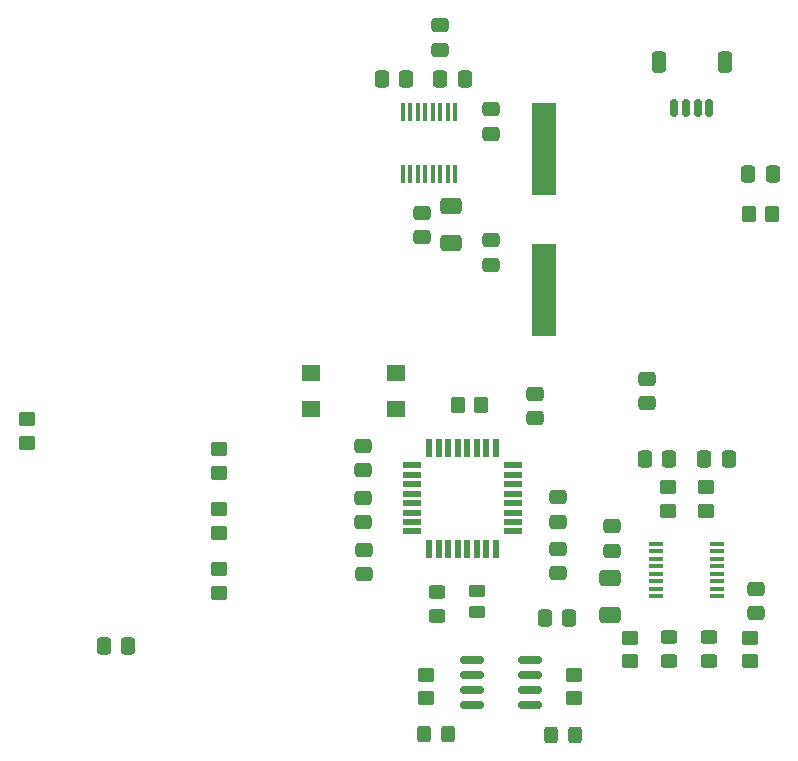
<source format=gbr>
%TF.GenerationSoftware,KiCad,Pcbnew,7.0.10*%
%TF.CreationDate,2024-11-11T15:21:43+02:00*%
%TF.ProjectId,Elektroniikkapaja-vastaanotin,456c656b-7472-46f6-9e69-696b6b617061,rev?*%
%TF.SameCoordinates,Original*%
%TF.FileFunction,Paste,Top*%
%TF.FilePolarity,Positive*%
%FSLAX46Y46*%
G04 Gerber Fmt 4.6, Leading zero omitted, Abs format (unit mm)*
G04 Created by KiCad (PCBNEW 7.0.10) date 2024-11-11 15:21:43*
%MOMM*%
%LPD*%
G01*
G04 APERTURE LIST*
G04 Aperture macros list*
%AMRoundRect*
0 Rectangle with rounded corners*
0 $1 Rounding radius*
0 $2 $3 $4 $5 $6 $7 $8 $9 X,Y pos of 4 corners*
0 Add a 4 corners polygon primitive as box body*
4,1,4,$2,$3,$4,$5,$6,$7,$8,$9,$2,$3,0*
0 Add four circle primitives for the rounded corners*
1,1,$1+$1,$2,$3*
1,1,$1+$1,$4,$5*
1,1,$1+$1,$6,$7*
1,1,$1+$1,$8,$9*
0 Add four rect primitives between the rounded corners*
20,1,$1+$1,$2,$3,$4,$5,0*
20,1,$1+$1,$4,$5,$6,$7,0*
20,1,$1+$1,$6,$7,$8,$9,0*
20,1,$1+$1,$8,$9,$2,$3,0*%
G04 Aperture macros list end*
%ADD10RoundRect,0.250000X0.475000X-0.337500X0.475000X0.337500X-0.475000X0.337500X-0.475000X-0.337500X0*%
%ADD11RoundRect,0.250000X0.325000X0.450000X-0.325000X0.450000X-0.325000X-0.450000X0.325000X-0.450000X0*%
%ADD12RoundRect,0.250000X0.450000X-0.325000X0.450000X0.325000X-0.450000X0.325000X-0.450000X-0.325000X0*%
%ADD13RoundRect,0.250000X0.350000X0.450000X-0.350000X0.450000X-0.350000X-0.450000X0.350000X-0.450000X0*%
%ADD14RoundRect,0.250000X-0.450000X0.350000X-0.450000X-0.350000X0.450000X-0.350000X0.450000X0.350000X0*%
%ADD15R,1.600000X0.550000*%
%ADD16R,0.550000X1.600000*%
%ADD17RoundRect,0.250000X-0.337500X-0.475000X0.337500X-0.475000X0.337500X0.475000X-0.337500X0.475000X0*%
%ADD18RoundRect,0.250000X0.450000X-0.350000X0.450000X0.350000X-0.450000X0.350000X-0.450000X-0.350000X0*%
%ADD19R,1.200000X0.400000*%
%ADD20RoundRect,0.250000X-0.475000X0.337500X-0.475000X-0.337500X0.475000X-0.337500X0.475000X0.337500X0*%
%ADD21RoundRect,0.150000X-0.825000X-0.150000X0.825000X-0.150000X0.825000X0.150000X-0.825000X0.150000X0*%
%ADD22RoundRect,0.250000X0.337500X0.475000X-0.337500X0.475000X-0.337500X-0.475000X0.337500X-0.475000X0*%
%ADD23RoundRect,0.150000X0.150000X0.625000X-0.150000X0.625000X-0.150000X-0.625000X0.150000X-0.625000X0*%
%ADD24RoundRect,0.250000X0.350000X0.650000X-0.350000X0.650000X-0.350000X-0.650000X0.350000X-0.650000X0*%
%ADD25R,2.000000X7.875000*%
%ADD26R,1.600000X1.400000*%
%ADD27RoundRect,0.250000X-0.650000X0.412500X-0.650000X-0.412500X0.650000X-0.412500X0.650000X0.412500X0*%
%ADD28RoundRect,0.250000X-0.325000X-0.450000X0.325000X-0.450000X0.325000X0.450000X-0.325000X0.450000X0*%
%ADD29RoundRect,0.250000X-0.350000X-0.450000X0.350000X-0.450000X0.350000X0.450000X-0.350000X0.450000X0*%
%ADD30R,0.410000X1.600000*%
%ADD31RoundRect,0.250000X-0.450000X0.262500X-0.450000X-0.262500X0.450000X-0.262500X0.450000X0.262500X0*%
G04 APERTURE END LIST*
D10*
%TO.C,C14*%
X177220000Y-98445000D03*
X177220000Y-96370000D03*
%TD*%
%TO.C,C5*%
X198310000Y-105270000D03*
X198310000Y-103195000D03*
%TD*%
D11*
%TO.C,D3*%
X184412500Y-120800000D03*
X182362500Y-120800000D03*
%TD*%
D12*
%TO.C,D5*%
X183420000Y-110760000D03*
X183420000Y-108710000D03*
%TD*%
D13*
%TO.C,R12*%
X187220000Y-92930000D03*
X185220000Y-92930000D03*
%TD*%
D14*
%TO.C,R3*%
X203020000Y-99860000D03*
X203020000Y-101860000D03*
%TD*%
D15*
%TO.C,U1*%
X181370000Y-98020000D03*
X181370000Y-98820000D03*
X181370000Y-99620000D03*
X181370000Y-100420000D03*
X181370000Y-101220000D03*
X181370000Y-102020000D03*
X181370000Y-102820000D03*
X181370000Y-103620000D03*
D16*
X182820000Y-105070000D03*
X183620000Y-105070000D03*
X184420000Y-105070000D03*
X185220000Y-105070000D03*
X186020000Y-105070000D03*
X186820000Y-105070000D03*
X187620000Y-105070000D03*
X188420000Y-105070000D03*
D15*
X189870000Y-103620000D03*
X189870000Y-102820000D03*
X189870000Y-102020000D03*
X189870000Y-101220000D03*
X189870000Y-100420000D03*
X189870000Y-99620000D03*
X189870000Y-98820000D03*
X189870000Y-98020000D03*
D16*
X188420000Y-96570000D03*
X187620000Y-96570000D03*
X186820000Y-96570000D03*
X186020000Y-96570000D03*
X185220000Y-96570000D03*
X184420000Y-96570000D03*
X183620000Y-96570000D03*
X182820000Y-96570000D03*
%TD*%
D12*
%TO.C,D2*%
X206530000Y-114580000D03*
X206530000Y-112530000D03*
%TD*%
D17*
%TO.C,C2*%
X206095000Y-97490000D03*
X208170000Y-97490000D03*
%TD*%
D18*
%TO.C,R2*%
X209950000Y-114620000D03*
X209950000Y-112620000D03*
%TD*%
%TO.C,R11*%
X148770000Y-96090000D03*
X148770000Y-94090000D03*
%TD*%
D19*
%TO.C,U3*%
X207200000Y-109092500D03*
X207200000Y-108457500D03*
X207200000Y-107822500D03*
X207200000Y-107187500D03*
X207200000Y-106552500D03*
X207200000Y-105917500D03*
X207200000Y-105282500D03*
X207200000Y-104647500D03*
X202000000Y-104647500D03*
X202000000Y-105282500D03*
X202000000Y-105917500D03*
X202000000Y-106552500D03*
X202000000Y-107187500D03*
X202000000Y-107822500D03*
X202000000Y-108457500D03*
X202000000Y-109092500D03*
%TD*%
D10*
%TO.C,C6*%
X201200000Y-92745000D03*
X201200000Y-90670000D03*
%TD*%
D20*
%TO.C,C9*%
X188020000Y-78952500D03*
X188020000Y-81027500D03*
%TD*%
D21*
%TO.C,U5*%
X186385000Y-114485000D03*
X186385000Y-115755000D03*
X186385000Y-117025000D03*
X186385000Y-118295000D03*
X191335000Y-118295000D03*
X191335000Y-117025000D03*
X191335000Y-115755000D03*
X191335000Y-114485000D03*
%TD*%
D14*
%TO.C,R6*%
X195050000Y-115760000D03*
X195050000Y-117760000D03*
%TD*%
D17*
%TO.C,C21*%
X155260000Y-113320000D03*
X157335000Y-113320000D03*
%TD*%
D20*
%TO.C,C13*%
X193710000Y-105075000D03*
X193710000Y-107150000D03*
%TD*%
D22*
%TO.C,C1*%
X203130000Y-97510000D03*
X201055000Y-97510000D03*
%TD*%
D23*
%TO.C,J3*%
X206530000Y-67730000D03*
X205530000Y-67730000D03*
X204530000Y-67730000D03*
X203530000Y-67730000D03*
D24*
X207830000Y-63855000D03*
X202230000Y-63855000D03*
%TD*%
D22*
%TO.C,L2*%
X185825000Y-65290000D03*
X183750000Y-65290000D03*
%TD*%
D10*
%TO.C,C19*%
X183740000Y-62835000D03*
X183740000Y-60760000D03*
%TD*%
%TO.C,C16*%
X177240000Y-107225000D03*
X177240000Y-105150000D03*
%TD*%
D14*
%TO.C,R4*%
X206200000Y-99870000D03*
X206200000Y-101870000D03*
%TD*%
D10*
%TO.C,C18*%
X182220000Y-78700000D03*
X182220000Y-76625000D03*
%TD*%
D25*
%TO.C,Y1*%
X192480000Y-83155000D03*
X192480000Y-71280000D03*
%TD*%
D26*
%TO.C,SW_reset1*%
X172760000Y-90220000D03*
X179960000Y-90220000D03*
X172760000Y-93220000D03*
X179960000Y-93220000D03*
%TD*%
D22*
%TO.C,C10*%
X194655000Y-110910000D03*
X192580000Y-110910000D03*
%TD*%
%TO.C,C11*%
X180845000Y-65320000D03*
X178770000Y-65320000D03*
%TD*%
D27*
%TO.C,C17*%
X184620000Y-76067500D03*
X184620000Y-79192500D03*
%TD*%
D20*
%TO.C,C15*%
X177220000Y-100772500D03*
X177220000Y-102847500D03*
%TD*%
D18*
%TO.C,R1*%
X199770000Y-114600000D03*
X199770000Y-112600000D03*
%TD*%
D22*
%TO.C,C20*%
X211865000Y-73380000D03*
X209790000Y-73380000D03*
%TD*%
D28*
%TO.C,D4*%
X193130000Y-120820000D03*
X195180000Y-120820000D03*
%TD*%
D27*
%TO.C,C3*%
X198140000Y-107537500D03*
X198140000Y-110662500D03*
%TD*%
D10*
%TO.C,C12*%
X193730000Y-102815000D03*
X193730000Y-100740000D03*
%TD*%
%TO.C,C7*%
X191790000Y-94027500D03*
X191790000Y-91952500D03*
%TD*%
D18*
%TO.C,R8*%
X164970000Y-108800000D03*
X164970000Y-106800000D03*
%TD*%
D20*
%TO.C,C4*%
X210470000Y-108455000D03*
X210470000Y-110530000D03*
%TD*%
D18*
%TO.C,R9*%
X164960000Y-103710000D03*
X164960000Y-101710000D03*
%TD*%
D29*
%TO.C,R7*%
X209840000Y-76770000D03*
X211840000Y-76770000D03*
%TD*%
D20*
%TO.C,C8*%
X187990000Y-67860000D03*
X187990000Y-69935000D03*
%TD*%
D30*
%TO.C,U2*%
X185025000Y-68070000D03*
X184390000Y-68070000D03*
X183755000Y-68070000D03*
X183120000Y-68070000D03*
X182485000Y-68070000D03*
X181850000Y-68070000D03*
X181215000Y-68070000D03*
X180580000Y-68070000D03*
X180580000Y-73378600D03*
X181215000Y-73378600D03*
X181850000Y-73378600D03*
X182485000Y-73378600D03*
X183120000Y-73378600D03*
X183755000Y-73378600D03*
X184390000Y-73378600D03*
X185025000Y-73378600D03*
%TD*%
D14*
%TO.C,R5*%
X182510000Y-115750000D03*
X182510000Y-117750000D03*
%TD*%
D18*
%TO.C,R10*%
X164970000Y-98630000D03*
X164970000Y-96630000D03*
%TD*%
D31*
%TO.C,R13*%
X186830000Y-108647500D03*
X186830000Y-110472500D03*
%TD*%
D12*
%TO.C,D1*%
X203110000Y-114580000D03*
X203110000Y-112530000D03*
%TD*%
M02*

</source>
